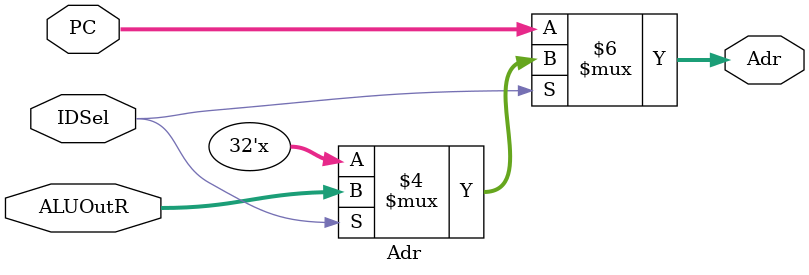
<source format=v>
`timescale 1ns / 1ps


module Adr(input IDSel, input [31:0] PC, ALUOutR, output reg [31:0] Adr);
always@(*)begin
if(IDSel == 1)
Adr <= ALUOutR;
if(IDSel == 0) 

Adr <= PC;

end 
endmodule

</source>
